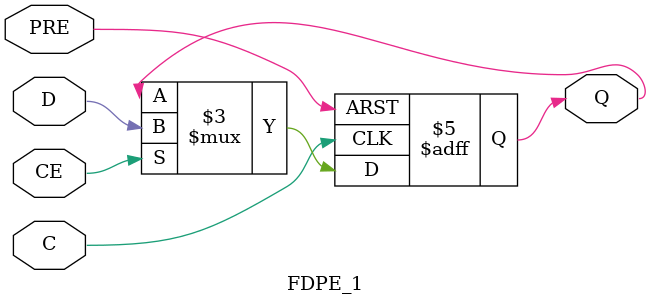
<source format=v>
module FDPE_1 (
  output reg Q,
  (* clkbuf_sink *)
  input C,
  input CE,
  input D,
  input PRE
);
  parameter [0:0] INIT = 1'b1;
  initial Q <= INIT;
  always @(negedge C, posedge PRE) if (PRE) Q <= 1'b1; else if (CE) Q <= D;
  specify
    // https://github.com/SymbiFlow/prjxray-db/blob/23c8b0851f979f0799318eaca90174413a46b257/artix7/timings/slicel.sdf#L249
    $setup(D , negedge C &&& CE, /*-46*/ 0); // Negative times not currently supported
    // https://github.com/SymbiFlow/prjxray-db/blob/23c8b0851f979f0799318eaca90174413a46b257/artix7/timings/slicel.sdf#L248
    $setup(CE , negedge C, 109);
    // https://github.com/SymbiFlow/prjxray-db/blob/23c8b0851f979f0799318eaca90174413a46b257/artix7/timings/slicel.sdf#L274
    $setup(PRE, negedge C, 404);
    // https://github.com/SymbiFlow/prjxray-db/blob/23c8b0851f979f0799318eaca90174413a46b257/artix7/timings/slicel.sdf#L270
`ifndef YOSYS
    (posedge PRE => (Q : 1'b1)) = 764;
`else
    if (PRE) (PRE => Q) = 764; // Technically, this should be an edge sensitive path
                               // but for facilitating a bypass box, let's pretend it's
                               // a simple path
`endif
    if (!PRE && CE) (negedge C => (Q : D)) = 303;
  endspecify
endmodule
</source>
